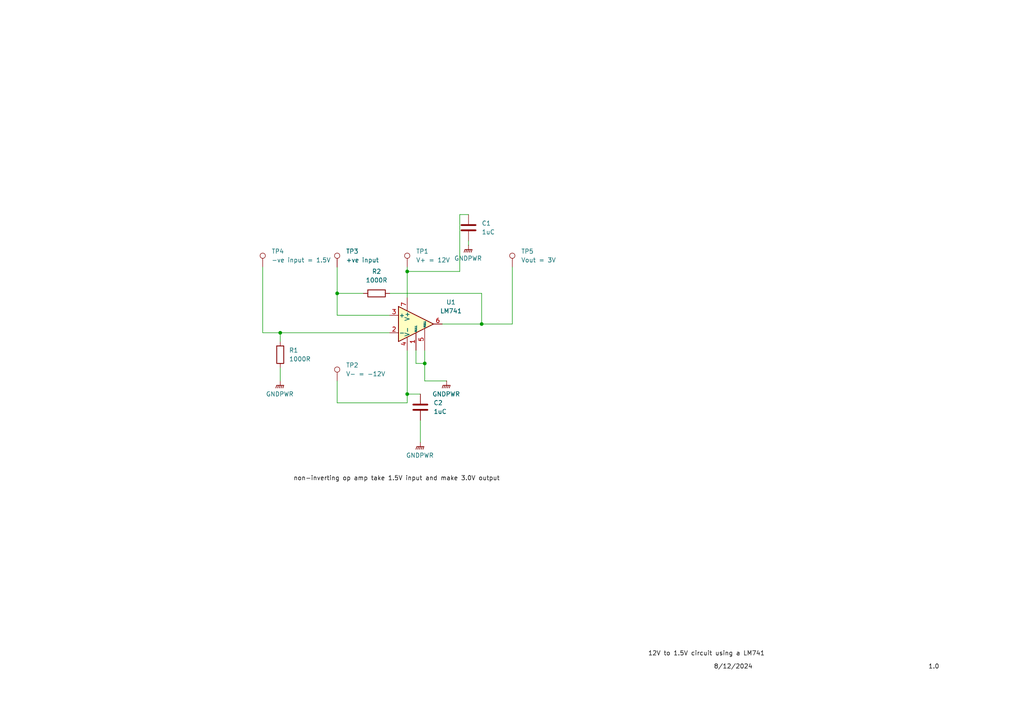
<source format=kicad_sch>
(kicad_sch
	(version 20231120)
	(generator "eeschema")
	(generator_version "8.0")
	(uuid "a42d99df-f786-462c-a22e-c2ad2d026403")
	(paper "A4")
	(lib_symbols
		(symbol "Amplifier_Operational:LM741"
			(pin_names
				(offset 0.127)
			)
			(exclude_from_sim no)
			(in_bom yes)
			(on_board yes)
			(property "Reference" "U"
				(at 0 6.35 0)
				(effects
					(font
						(size 1.27 1.27)
					)
					(justify left)
				)
			)
			(property "Value" "LM741"
				(at 0 3.81 0)
				(effects
					(font
						(size 1.27 1.27)
					)
					(justify left)
				)
			)
			(property "Footprint" ""
				(at 1.27 1.27 0)
				(effects
					(font
						(size 1.27 1.27)
					)
					(hide yes)
				)
			)
			(property "Datasheet" "http://www.ti.com/lit/ds/symlink/lm741.pdf"
				(at 3.81 3.81 0)
				(effects
					(font
						(size 1.27 1.27)
					)
					(hide yes)
				)
			)
			(property "Description" "Operational Amplifier, DIP-8/TO-99-8"
				(at 0 0 0)
				(effects
					(font
						(size 1.27 1.27)
					)
					(hide yes)
				)
			)
			(property "ki_keywords" "single opamp"
				(at 0 0 0)
				(effects
					(font
						(size 1.27 1.27)
					)
					(hide yes)
				)
			)
			(property "ki_fp_filters" "SOIC*3.9x4.9mm*P1.27mm* DIP*W7.62mm* TSSOP*3x3mm*P0.65mm*"
				(at 0 0 0)
				(effects
					(font
						(size 1.27 1.27)
					)
					(hide yes)
				)
			)
			(symbol "LM741_0_1"
				(polyline
					(pts
						(xy -5.08 5.08) (xy 5.08 0) (xy -5.08 -5.08) (xy -5.08 5.08)
					)
					(stroke
						(width 0.254)
						(type default)
					)
					(fill
						(type background)
					)
				)
			)
			(symbol "LM741_1_1"
				(pin input line
					(at 0 -7.62 90)
					(length 5.08)
					(name "NULL"
						(effects
							(font
								(size 0.508 0.508)
							)
						)
					)
					(number "1"
						(effects
							(font
								(size 1.27 1.27)
							)
						)
					)
				)
				(pin input line
					(at -7.62 -2.54 0)
					(length 2.54)
					(name "-"
						(effects
							(font
								(size 1.27 1.27)
							)
						)
					)
					(number "2"
						(effects
							(font
								(size 1.27 1.27)
							)
						)
					)
				)
				(pin input line
					(at -7.62 2.54 0)
					(length 2.54)
					(name "+"
						(effects
							(font
								(size 1.27 1.27)
							)
						)
					)
					(number "3"
						(effects
							(font
								(size 1.27 1.27)
							)
						)
					)
				)
				(pin power_in line
					(at -2.54 -7.62 90)
					(length 3.81)
					(name "V-"
						(effects
							(font
								(size 1.27 1.27)
							)
						)
					)
					(number "4"
						(effects
							(font
								(size 1.27 1.27)
							)
						)
					)
				)
				(pin input line
					(at 2.54 -7.62 90)
					(length 6.35)
					(name "NULL"
						(effects
							(font
								(size 0.508 0.508)
							)
						)
					)
					(number "5"
						(effects
							(font
								(size 1.27 1.27)
							)
						)
					)
				)
				(pin output line
					(at 7.62 0 180)
					(length 2.54)
					(name "~"
						(effects
							(font
								(size 1.27 1.27)
							)
						)
					)
					(number "6"
						(effects
							(font
								(size 1.27 1.27)
							)
						)
					)
				)
				(pin power_in line
					(at -2.54 7.62 270)
					(length 3.81)
					(name "V+"
						(effects
							(font
								(size 1.27 1.27)
							)
						)
					)
					(number "7"
						(effects
							(font
								(size 1.27 1.27)
							)
						)
					)
				)
				(pin no_connect line
					(at 0 2.54 270)
					(length 2.54) hide
					(name "NC"
						(effects
							(font
								(size 1.27 1.27)
							)
						)
					)
					(number "8"
						(effects
							(font
								(size 1.27 1.27)
							)
						)
					)
				)
			)
		)
		(symbol "Connector:TestPoint"
			(pin_numbers hide)
			(pin_names
				(offset 0.762) hide)
			(exclude_from_sim no)
			(in_bom yes)
			(on_board yes)
			(property "Reference" "TP"
				(at 0 6.858 0)
				(effects
					(font
						(size 1.27 1.27)
					)
				)
			)
			(property "Value" "TestPoint"
				(at 0 5.08 0)
				(effects
					(font
						(size 1.27 1.27)
					)
				)
			)
			(property "Footprint" ""
				(at 5.08 0 0)
				(effects
					(font
						(size 1.27 1.27)
					)
					(hide yes)
				)
			)
			(property "Datasheet" "~"
				(at 5.08 0 0)
				(effects
					(font
						(size 1.27 1.27)
					)
					(hide yes)
				)
			)
			(property "Description" "test point"
				(at 0 0 0)
				(effects
					(font
						(size 1.27 1.27)
					)
					(hide yes)
				)
			)
			(property "ki_keywords" "test point tp"
				(at 0 0 0)
				(effects
					(font
						(size 1.27 1.27)
					)
					(hide yes)
				)
			)
			(property "ki_fp_filters" "Pin* Test*"
				(at 0 0 0)
				(effects
					(font
						(size 1.27 1.27)
					)
					(hide yes)
				)
			)
			(symbol "TestPoint_0_1"
				(circle
					(center 0 3.302)
					(radius 0.762)
					(stroke
						(width 0)
						(type default)
					)
					(fill
						(type none)
					)
				)
			)
			(symbol "TestPoint_1_1"
				(pin passive line
					(at 0 0 90)
					(length 2.54)
					(name "1"
						(effects
							(font
								(size 1.27 1.27)
							)
						)
					)
					(number "1"
						(effects
							(font
								(size 1.27 1.27)
							)
						)
					)
				)
			)
		)
		(symbol "Device:C"
			(pin_numbers hide)
			(pin_names
				(offset 0.254)
			)
			(exclude_from_sim no)
			(in_bom yes)
			(on_board yes)
			(property "Reference" "C"
				(at 0.635 2.54 0)
				(effects
					(font
						(size 1.27 1.27)
					)
					(justify left)
				)
			)
			(property "Value" "C"
				(at 0.635 -2.54 0)
				(effects
					(font
						(size 1.27 1.27)
					)
					(justify left)
				)
			)
			(property "Footprint" ""
				(at 0.9652 -3.81 0)
				(effects
					(font
						(size 1.27 1.27)
					)
					(hide yes)
				)
			)
			(property "Datasheet" "~"
				(at 0 0 0)
				(effects
					(font
						(size 1.27 1.27)
					)
					(hide yes)
				)
			)
			(property "Description" "Unpolarized capacitor"
				(at 0 0 0)
				(effects
					(font
						(size 1.27 1.27)
					)
					(hide yes)
				)
			)
			(property "ki_keywords" "cap capacitor"
				(at 0 0 0)
				(effects
					(font
						(size 1.27 1.27)
					)
					(hide yes)
				)
			)
			(property "ki_fp_filters" "C_*"
				(at 0 0 0)
				(effects
					(font
						(size 1.27 1.27)
					)
					(hide yes)
				)
			)
			(symbol "C_0_1"
				(polyline
					(pts
						(xy -2.032 -0.762) (xy 2.032 -0.762)
					)
					(stroke
						(width 0.508)
						(type default)
					)
					(fill
						(type none)
					)
				)
				(polyline
					(pts
						(xy -2.032 0.762) (xy 2.032 0.762)
					)
					(stroke
						(width 0.508)
						(type default)
					)
					(fill
						(type none)
					)
				)
			)
			(symbol "C_1_1"
				(pin passive line
					(at 0 3.81 270)
					(length 2.794)
					(name "~"
						(effects
							(font
								(size 1.27 1.27)
							)
						)
					)
					(number "1"
						(effects
							(font
								(size 1.27 1.27)
							)
						)
					)
				)
				(pin passive line
					(at 0 -3.81 90)
					(length 2.794)
					(name "~"
						(effects
							(font
								(size 1.27 1.27)
							)
						)
					)
					(number "2"
						(effects
							(font
								(size 1.27 1.27)
							)
						)
					)
				)
			)
		)
		(symbol "Device:R"
			(pin_numbers hide)
			(pin_names
				(offset 0)
			)
			(exclude_from_sim no)
			(in_bom yes)
			(on_board yes)
			(property "Reference" "R"
				(at 2.032 0 90)
				(effects
					(font
						(size 1.27 1.27)
					)
				)
			)
			(property "Value" "R"
				(at 0 0 90)
				(effects
					(font
						(size 1.27 1.27)
					)
				)
			)
			(property "Footprint" ""
				(at -1.778 0 90)
				(effects
					(font
						(size 1.27 1.27)
					)
					(hide yes)
				)
			)
			(property "Datasheet" "~"
				(at 0 0 0)
				(effects
					(font
						(size 1.27 1.27)
					)
					(hide yes)
				)
			)
			(property "Description" "Resistor"
				(at 0 0 0)
				(effects
					(font
						(size 1.27 1.27)
					)
					(hide yes)
				)
			)
			(property "ki_keywords" "R res resistor"
				(at 0 0 0)
				(effects
					(font
						(size 1.27 1.27)
					)
					(hide yes)
				)
			)
			(property "ki_fp_filters" "R_*"
				(at 0 0 0)
				(effects
					(font
						(size 1.27 1.27)
					)
					(hide yes)
				)
			)
			(symbol "R_0_1"
				(rectangle
					(start -1.016 -2.54)
					(end 1.016 2.54)
					(stroke
						(width 0.254)
						(type default)
					)
					(fill
						(type none)
					)
				)
			)
			(symbol "R_1_1"
				(pin passive line
					(at 0 3.81 270)
					(length 1.27)
					(name "~"
						(effects
							(font
								(size 1.27 1.27)
							)
						)
					)
					(number "1"
						(effects
							(font
								(size 1.27 1.27)
							)
						)
					)
				)
				(pin passive line
					(at 0 -3.81 90)
					(length 1.27)
					(name "~"
						(effects
							(font
								(size 1.27 1.27)
							)
						)
					)
					(number "2"
						(effects
							(font
								(size 1.27 1.27)
							)
						)
					)
				)
			)
		)
		(symbol "power:GNDPWR"
			(power)
			(pin_numbers hide)
			(pin_names
				(offset 0) hide)
			(exclude_from_sim no)
			(in_bom yes)
			(on_board yes)
			(property "Reference" "#PWR"
				(at 0 -5.08 0)
				(effects
					(font
						(size 1.27 1.27)
					)
					(hide yes)
				)
			)
			(property "Value" "GNDPWR"
				(at 0 -3.302 0)
				(effects
					(font
						(size 1.27 1.27)
					)
				)
			)
			(property "Footprint" ""
				(at 0 -1.27 0)
				(effects
					(font
						(size 1.27 1.27)
					)
					(hide yes)
				)
			)
			(property "Datasheet" ""
				(at 0 -1.27 0)
				(effects
					(font
						(size 1.27 1.27)
					)
					(hide yes)
				)
			)
			(property "Description" "Power symbol creates a global label with name \"GNDPWR\" , global ground"
				(at 0 0 0)
				(effects
					(font
						(size 1.27 1.27)
					)
					(hide yes)
				)
			)
			(property "ki_keywords" "global ground"
				(at 0 0 0)
				(effects
					(font
						(size 1.27 1.27)
					)
					(hide yes)
				)
			)
			(symbol "GNDPWR_0_1"
				(polyline
					(pts
						(xy 0 -1.27) (xy 0 0)
					)
					(stroke
						(width 0)
						(type default)
					)
					(fill
						(type none)
					)
				)
				(polyline
					(pts
						(xy -1.016 -1.27) (xy -1.27 -2.032) (xy -1.27 -2.032)
					)
					(stroke
						(width 0.2032)
						(type default)
					)
					(fill
						(type none)
					)
				)
				(polyline
					(pts
						(xy -0.508 -1.27) (xy -0.762 -2.032) (xy -0.762 -2.032)
					)
					(stroke
						(width 0.2032)
						(type default)
					)
					(fill
						(type none)
					)
				)
				(polyline
					(pts
						(xy 0 -1.27) (xy -0.254 -2.032) (xy -0.254 -2.032)
					)
					(stroke
						(width 0.2032)
						(type default)
					)
					(fill
						(type none)
					)
				)
				(polyline
					(pts
						(xy 0.508 -1.27) (xy 0.254 -2.032) (xy 0.254 -2.032)
					)
					(stroke
						(width 0.2032)
						(type default)
					)
					(fill
						(type none)
					)
				)
				(polyline
					(pts
						(xy 1.016 -1.27) (xy -1.016 -1.27) (xy -1.016 -1.27)
					)
					(stroke
						(width 0.2032)
						(type default)
					)
					(fill
						(type none)
					)
				)
				(polyline
					(pts
						(xy 1.016 -1.27) (xy 0.762 -2.032) (xy 0.762 -2.032) (xy 0.762 -2.032)
					)
					(stroke
						(width 0.2032)
						(type default)
					)
					(fill
						(type none)
					)
				)
			)
			(symbol "GNDPWR_1_1"
				(pin power_in line
					(at 0 0 270)
					(length 0)
					(name "~"
						(effects
							(font
								(size 1.27 1.27)
							)
						)
					)
					(number "1"
						(effects
							(font
								(size 1.27 1.27)
							)
						)
					)
				)
			)
		)
	)
	(junction
		(at 139.7 93.98)
		(diameter 0)
		(color 0 0 0 0)
		(uuid "12213734-47e5-4d80-8085-4c5bf1676562")
	)
	(junction
		(at 97.79 85.09)
		(diameter 0)
		(color 0 0 0 0)
		(uuid "4625d609-f033-4d5a-89a2-7d8bfb914af9")
	)
	(junction
		(at 123.19 105.41)
		(diameter 0)
		(color 0 0 0 0)
		(uuid "792624a3-276d-44c0-926e-1d201c15315d")
	)
	(junction
		(at 118.11 78.74)
		(diameter 0)
		(color 0 0 0 0)
		(uuid "9a31086b-08a5-4f64-8294-6dec19c1bc39")
	)
	(junction
		(at 118.11 114.3)
		(diameter 0)
		(color 0 0 0 0)
		(uuid "e1e7346f-e3a2-4a26-a3d2-504ed898826e")
	)
	(junction
		(at 81.28 96.52)
		(diameter 0)
		(color 0 0 0 0)
		(uuid "f28d8e90-b741-425b-b6ed-4e1f37b973ae")
	)
	(wire
		(pts
			(xy 123.19 110.49) (xy 123.19 105.41)
		)
		(stroke
			(width 0)
			(type default)
		)
		(uuid "0412f164-cf0f-4cad-81eb-8bcb593dc1e0")
	)
	(wire
		(pts
			(xy 120.65 101.6) (xy 120.65 105.41)
		)
		(stroke
			(width 0)
			(type default)
		)
		(uuid "21d70b3e-b8bb-4c27-9df3-1f03c41dc1e3")
	)
	(wire
		(pts
			(xy 123.19 105.41) (xy 123.19 101.6)
		)
		(stroke
			(width 0)
			(type default)
		)
		(uuid "22d0e0fd-2a40-4aaf-a0d2-a54c206cce98")
	)
	(wire
		(pts
			(xy 133.35 62.23) (xy 133.35 78.74)
		)
		(stroke
			(width 0)
			(type default)
		)
		(uuid "2c9f3893-0b9f-45e5-9da4-65235f9cbe10")
	)
	(wire
		(pts
			(xy 123.19 110.49) (xy 129.54 110.49)
		)
		(stroke
			(width 0)
			(type default)
		)
		(uuid "2d278478-ac73-4152-b7fa-2fd4d40f58b9")
	)
	(wire
		(pts
			(xy 81.28 106.68) (xy 81.28 110.49)
		)
		(stroke
			(width 0)
			(type default)
		)
		(uuid "3c5b80ac-7afd-4eb8-af5f-add9a21b038a")
	)
	(wire
		(pts
			(xy 118.11 116.84) (xy 118.11 114.3)
		)
		(stroke
			(width 0)
			(type default)
		)
		(uuid "5037b2a4-c719-48bc-a25c-7a60ced6f88a")
	)
	(wire
		(pts
			(xy 97.79 77.47) (xy 97.79 85.09)
		)
		(stroke
			(width 0)
			(type default)
		)
		(uuid "58512eca-e0e1-487b-bcfc-8c3d95d0279a")
	)
	(wire
		(pts
			(xy 148.59 77.47) (xy 148.59 93.98)
		)
		(stroke
			(width 0)
			(type default)
		)
		(uuid "5eeb2145-2137-4e99-98d2-43475b742d74")
	)
	(wire
		(pts
			(xy 133.35 62.23) (xy 135.89 62.23)
		)
		(stroke
			(width 0)
			(type default)
		)
		(uuid "6656fad3-c738-4a04-a71f-940d0c76aea9")
	)
	(wire
		(pts
			(xy 118.11 114.3) (xy 118.11 101.6)
		)
		(stroke
			(width 0)
			(type default)
		)
		(uuid "6873a971-0027-44c2-9280-79b95a7d958b")
	)
	(wire
		(pts
			(xy 97.79 85.09) (xy 97.79 91.44)
		)
		(stroke
			(width 0)
			(type default)
		)
		(uuid "716f2618-7aa2-43a8-b83e-32e2ec5990fc")
	)
	(wire
		(pts
			(xy 121.92 121.92) (xy 121.92 128.27)
		)
		(stroke
			(width 0)
			(type default)
		)
		(uuid "7a7e7b2c-2a8a-4984-848c-4b6821abc7cc")
	)
	(wire
		(pts
			(xy 120.65 105.41) (xy 123.19 105.41)
		)
		(stroke
			(width 0)
			(type default)
		)
		(uuid "7f3c3bcc-a6ee-454f-8f97-0cd541991151")
	)
	(wire
		(pts
			(xy 118.11 77.47) (xy 118.11 78.74)
		)
		(stroke
			(width 0)
			(type default)
		)
		(uuid "7fd8e02a-dbf7-487b-88c0-3cb602f57d43")
	)
	(wire
		(pts
			(xy 81.28 99.06) (xy 81.28 96.52)
		)
		(stroke
			(width 0)
			(type default)
		)
		(uuid "90cb50b7-1903-4573-8706-5882a153b28f")
	)
	(wire
		(pts
			(xy 118.11 114.3) (xy 121.92 114.3)
		)
		(stroke
			(width 0)
			(type default)
		)
		(uuid "93fce5e1-8b5e-4f44-8233-2be9b159a512")
	)
	(wire
		(pts
			(xy 97.79 116.84) (xy 118.11 116.84)
		)
		(stroke
			(width 0)
			(type default)
		)
		(uuid "98012745-3eeb-4bb8-b4e1-d5aa4e5a7e51")
	)
	(wire
		(pts
			(xy 113.03 85.09) (xy 139.7 85.09)
		)
		(stroke
			(width 0)
			(type default)
		)
		(uuid "9a50da4b-3a16-40f9-ba34-ca403bd55e43")
	)
	(wire
		(pts
			(xy 97.79 110.49) (xy 97.79 116.84)
		)
		(stroke
			(width 0)
			(type default)
		)
		(uuid "9b8c840b-f535-402b-b8a0-f29e80cc8656")
	)
	(wire
		(pts
			(xy 135.89 69.85) (xy 135.89 71.12)
		)
		(stroke
			(width 0)
			(type default)
		)
		(uuid "a100235e-8e02-4dd4-ba55-e8ae2497aee4")
	)
	(wire
		(pts
			(xy 76.2 96.52) (xy 81.28 96.52)
		)
		(stroke
			(width 0)
			(type default)
		)
		(uuid "a5a6da12-297c-478e-939e-e9294b61b7f4")
	)
	(wire
		(pts
			(xy 118.11 78.74) (xy 118.11 86.36)
		)
		(stroke
			(width 0)
			(type default)
		)
		(uuid "ae69246e-2efe-4b3e-bccd-132049b382b6")
	)
	(wire
		(pts
			(xy 97.79 85.09) (xy 105.41 85.09)
		)
		(stroke
			(width 0)
			(type default)
		)
		(uuid "b2bfa433-2951-4430-8920-0015825d2f6a")
	)
	(wire
		(pts
			(xy 139.7 93.98) (xy 128.27 93.98)
		)
		(stroke
			(width 0)
			(type default)
		)
		(uuid "c1a1272c-8661-42e5-9657-930f878866ba")
	)
	(wire
		(pts
			(xy 76.2 77.47) (xy 76.2 96.52)
		)
		(stroke
			(width 0)
			(type default)
		)
		(uuid "e2e09bf9-36db-400c-8046-dfea70e556db")
	)
	(wire
		(pts
			(xy 81.28 96.52) (xy 113.03 96.52)
		)
		(stroke
			(width 0)
			(type default)
		)
		(uuid "e6be8366-6bb8-4095-aa5b-70f9f5b73f21")
	)
	(wire
		(pts
			(xy 97.79 91.44) (xy 113.03 91.44)
		)
		(stroke
			(width 0)
			(type default)
		)
		(uuid "ea823bf2-96e2-4f66-bca7-1e479eae9ac1")
	)
	(wire
		(pts
			(xy 118.11 78.74) (xy 133.35 78.74)
		)
		(stroke
			(width 0)
			(type default)
		)
		(uuid "ebf17564-544e-42bd-a415-8fbd56b76c82")
	)
	(wire
		(pts
			(xy 139.7 85.09) (xy 139.7 93.98)
		)
		(stroke
			(width 0)
			(type default)
		)
		(uuid "f59db3b3-412c-46fe-8eff-b35566e94570")
	)
	(wire
		(pts
			(xy 148.59 93.98) (xy 139.7 93.98)
		)
		(stroke
			(width 0)
			(type default)
		)
		(uuid "fc6e6a9e-75ce-4bb1-b24c-3b4153b67ff1")
	)
	(label "8{slash}12{slash}2024"
		(at 207.01 194.31 0)
		(fields_autoplaced yes)
		(effects
			(font
				(size 1.27 1.27)
			)
			(justify left bottom)
		)
		(uuid "524dd9c0-bcc2-4270-b02a-859bc833087e")
	)
	(label "12V to 1.5V circuit using a LM741"
		(at 187.96 190.5 0)
		(fields_autoplaced yes)
		(effects
			(font
				(size 1.27 1.27)
			)
			(justify left bottom)
		)
		(uuid "a66caac6-7e8d-44dd-96e7-e651601b3839")
	)
	(label "1.0"
		(at 269.24 194.31 0)
		(fields_autoplaced yes)
		(effects
			(font
				(size 1.27 1.27)
			)
			(justify left bottom)
		)
		(uuid "ef32c0de-6243-4468-a492-46c9d3d2da60")
	)
	(label "non-inverting op amp take 1.5V input and make 3.0V output"
		(at 85.09 139.7 0)
		(fields_autoplaced yes)
		(effects
			(font
				(size 1.27 1.27)
			)
			(justify left bottom)
		)
		(uuid "ff7f4f72-494c-483a-b4fd-cb2e484a72e5")
	)
	(symbol
		(lib_id "Connector:TestPoint")
		(at 97.79 77.47 0)
		(unit 1)
		(exclude_from_sim no)
		(in_bom yes)
		(on_board yes)
		(dnp no)
		(fields_autoplaced yes)
		(uuid "03351a51-cba1-4ea7-a9e1-df90c5331afe")
		(property "Reference" "TP3"
			(at 100.33 72.8979 0)
			(effects
				(font
					(size 1.27 1.27)
				)
				(justify left)
			)
		)
		(property "Value" "+ve input"
			(at 100.33 75.4379 0)
			(effects
				(font
					(size 1.27 1.27)
				)
				(justify left)
			)
		)
		(property "Footprint" "TestPoint:TestPoint_Loop_D1.80mm_Drill1.0mm_Beaded"
			(at 102.87 77.47 0)
			(effects
				(font
					(size 1.27 1.27)
				)
				(hide yes)
			)
		)
		(property "Datasheet" "~"
			(at 102.87 77.47 0)
			(effects
				(font
					(size 1.27 1.27)
				)
				(hide yes)
			)
		)
		(property "Description" "test point"
			(at 97.79 77.47 0)
			(effects
				(font
					(size 1.27 1.27)
				)
				(hide yes)
			)
		)
		(pin "1"
			(uuid "e6a63e52-6bca-4697-ba36-a7e91e12afce")
		)
		(instances
			(project ""
				(path "/a42d99df-f786-462c-a22e-c2ad2d026403"
					(reference "TP3")
					(unit 1)
				)
			)
		)
	)
	(symbol
		(lib_id "Connector:TestPoint")
		(at 97.79 110.49 0)
		(unit 1)
		(exclude_from_sim no)
		(in_bom yes)
		(on_board yes)
		(dnp no)
		(fields_autoplaced yes)
		(uuid "0f6445df-a872-41d6-91b5-b2296e73f92e")
		(property "Reference" "TP2"
			(at 100.33 105.9179 0)
			(effects
				(font
					(size 1.27 1.27)
				)
				(justify left)
			)
		)
		(property "Value" "V- = -12V"
			(at 100.33 108.4579 0)
			(effects
				(font
					(size 1.27 1.27)
				)
				(justify left)
			)
		)
		(property "Footprint" "TestPoint:TestPoint_Loop_D1.80mm_Drill1.0mm_Beaded"
			(at 102.87 110.49 0)
			(effects
				(font
					(size 1.27 1.27)
				)
				(hide yes)
			)
		)
		(property "Datasheet" "~"
			(at 102.87 110.49 0)
			(effects
				(font
					(size 1.27 1.27)
				)
				(hide yes)
			)
		)
		(property "Description" "test point"
			(at 97.79 110.49 0)
			(effects
				(font
					(size 1.27 1.27)
				)
				(hide yes)
			)
		)
		(pin "1"
			(uuid "ea654948-52e3-4df2-a486-d7c506c0b2b0")
		)
		(instances
			(project "op amp circuit"
				(path "/a42d99df-f786-462c-a22e-c2ad2d026403"
					(reference "TP2")
					(unit 1)
				)
			)
		)
	)
	(symbol
		(lib_id "Device:R")
		(at 109.22 85.09 90)
		(unit 1)
		(exclude_from_sim no)
		(in_bom yes)
		(on_board yes)
		(dnp no)
		(fields_autoplaced yes)
		(uuid "1d5b81a9-131c-4f8d-b316-c658941963c3")
		(property "Reference" "R2"
			(at 109.22 78.74 90)
			(effects
				(font
					(size 1.27 1.27)
				)
			)
		)
		(property "Value" "1000R"
			(at 109.22 81.28 90)
			(effects
				(font
					(size 1.27 1.27)
				)
			)
		)
		(property "Footprint" "Resistor_SMD:R_0603_1608Metric"
			(at 109.22 86.868 90)
			(effects
				(font
					(size 1.27 1.27)
				)
				(hide yes)
			)
		)
		(property "Datasheet" "~"
			(at 109.22 85.09 0)
			(effects
				(font
					(size 1.27 1.27)
				)
				(hide yes)
			)
		)
		(property "Description" "Resistor"
			(at 109.22 85.09 0)
			(effects
				(font
					(size 1.27 1.27)
				)
				(hide yes)
			)
		)
		(pin "1"
			(uuid "c7baad68-d8dc-433a-aa89-3f8efff565fb")
		)
		(pin "2"
			(uuid "9e3692b6-adda-4b5f-b1e3-4a97a34309e6")
		)
		(instances
			(project ""
				(path "/a42d99df-f786-462c-a22e-c2ad2d026403"
					(reference "R2")
					(unit 1)
				)
			)
		)
	)
	(symbol
		(lib_id "Device:C")
		(at 135.89 66.04 0)
		(unit 1)
		(exclude_from_sim no)
		(in_bom yes)
		(on_board yes)
		(dnp no)
		(fields_autoplaced yes)
		(uuid "31b6449c-710c-4caf-bfed-7a1b90d2e946")
		(property "Reference" "C1"
			(at 139.7 64.7699 0)
			(effects
				(font
					(size 1.27 1.27)
				)
				(justify left)
			)
		)
		(property "Value" "1uC"
			(at 139.7 67.3099 0)
			(effects
				(font
					(size 1.27 1.27)
				)
				(justify left)
			)
		)
		(property "Footprint" "Capacitor_SMD:C_0603_1608Metric"
			(at 136.8552 69.85 0)
			(effects
				(font
					(size 1.27 1.27)
				)
				(hide yes)
			)
		)
		(property "Datasheet" "~"
			(at 135.89 66.04 0)
			(effects
				(font
					(size 1.27 1.27)
				)
				(hide yes)
			)
		)
		(property "Description" "Unpolarized capacitor"
			(at 135.89 66.04 0)
			(effects
				(font
					(size 1.27 1.27)
				)
				(hide yes)
			)
		)
		(pin "1"
			(uuid "0ec69e7c-e69f-4818-a84b-a03fb89968d2")
		)
		(pin "2"
			(uuid "5630843d-f855-48ce-bf9d-cce67a914919")
		)
		(instances
			(project ""
				(path "/a42d99df-f786-462c-a22e-c2ad2d026403"
					(reference "C1")
					(unit 1)
				)
			)
		)
	)
	(symbol
		(lib_id "power:GNDPWR")
		(at 121.92 128.27 0)
		(unit 1)
		(exclude_from_sim no)
		(in_bom yes)
		(on_board yes)
		(dnp no)
		(fields_autoplaced yes)
		(uuid "3e7043b8-58b1-4019-93e1-60d3960b0ea7")
		(property "Reference" "#PWR04"
			(at 121.92 133.35 0)
			(effects
				(font
					(size 1.27 1.27)
				)
				(hide yes)
			)
		)
		(property "Value" "GNDPWR"
			(at 121.793 132.08 0)
			(effects
				(font
					(size 1.27 1.27)
				)
			)
		)
		(property "Footprint" ""
			(at 121.92 129.54 0)
			(effects
				(font
					(size 1.27 1.27)
				)
				(hide yes)
			)
		)
		(property "Datasheet" ""
			(at 121.92 129.54 0)
			(effects
				(font
					(size 1.27 1.27)
				)
				(hide yes)
			)
		)
		(property "Description" "Power symbol creates a global label with name \"GNDPWR\" , global ground"
			(at 121.92 128.27 0)
			(effects
				(font
					(size 1.27 1.27)
				)
				(hide yes)
			)
		)
		(pin "1"
			(uuid "595b1efc-3934-49c0-b3e3-65779a7ca67e")
		)
		(instances
			(project ""
				(path "/a42d99df-f786-462c-a22e-c2ad2d026403"
					(reference "#PWR04")
					(unit 1)
				)
			)
		)
	)
	(symbol
		(lib_id "power:GNDPWR")
		(at 135.89 71.12 0)
		(unit 1)
		(exclude_from_sim no)
		(in_bom yes)
		(on_board yes)
		(dnp no)
		(fields_autoplaced yes)
		(uuid "4b8befb1-0438-4d12-a281-da5cfd996bf6")
		(property "Reference" "#PWR03"
			(at 135.89 76.2 0)
			(effects
				(font
					(size 1.27 1.27)
				)
				(hide yes)
			)
		)
		(property "Value" "GNDPWR"
			(at 135.763 74.93 0)
			(effects
				(font
					(size 1.27 1.27)
				)
			)
		)
		(property "Footprint" ""
			(at 135.89 72.39 0)
			(effects
				(font
					(size 1.27 1.27)
				)
				(hide yes)
			)
		)
		(property "Datasheet" ""
			(at 135.89 72.39 0)
			(effects
				(font
					(size 1.27 1.27)
				)
				(hide yes)
			)
		)
		(property "Description" "Power symbol creates a global label with name \"GNDPWR\" , global ground"
			(at 135.89 71.12 0)
			(effects
				(font
					(size 1.27 1.27)
				)
				(hide yes)
			)
		)
		(pin "1"
			(uuid "351d2657-422f-4e11-8766-65b44469682a")
		)
		(instances
			(project ""
				(path "/a42d99df-f786-462c-a22e-c2ad2d026403"
					(reference "#PWR03")
					(unit 1)
				)
			)
		)
	)
	(symbol
		(lib_id "Amplifier_Operational:LM741")
		(at 120.65 93.98 0)
		(unit 1)
		(exclude_from_sim no)
		(in_bom yes)
		(on_board yes)
		(dnp no)
		(fields_autoplaced yes)
		(uuid "51050c02-14bc-47b1-8f3a-5baf53370e38")
		(property "Reference" "U1"
			(at 130.81 87.6614 0)
			(effects
				(font
					(size 1.27 1.27)
				)
			)
		)
		(property "Value" "LM741"
			(at 130.81 90.2014 0)
			(effects
				(font
					(size 1.27 1.27)
				)
			)
		)
		(property "Footprint" "Package_SO:SOIC-8-1EP_3.9x4.9mm_P1.27mm_EP2.29x3mm"
			(at 121.92 92.71 0)
			(effects
				(font
					(size 1.27 1.27)
				)
				(hide yes)
			)
		)
		(property "Datasheet" "http://www.ti.com/lit/ds/symlink/lm741.pdf"
			(at 124.46 90.17 0)
			(effects
				(font
					(size 1.27 1.27)
				)
				(hide yes)
			)
		)
		(property "Description" "Operational Amplifier, DIP-8/TO-99-8"
			(at 120.65 93.98 0)
			(effects
				(font
					(size 1.27 1.27)
				)
				(hide yes)
			)
		)
		(pin "4"
			(uuid "f981fbdb-c079-4b44-977f-22b406db8db8")
		)
		(pin "2"
			(uuid "8b627de1-1a92-4739-94c9-35a97bbd2a4d")
		)
		(pin "5"
			(uuid "ee95c186-aed8-4e57-947c-6545c0cc18cf")
		)
		(pin "3"
			(uuid "ffcf30c1-d992-4f1f-942b-08c8d2a78a43")
		)
		(pin "8"
			(uuid "c145cd23-99f8-4a6e-a7c4-af4b25ed4658")
		)
		(pin "6"
			(uuid "05d9ac8c-6169-4e60-9b30-f09a881d44d6")
		)
		(pin "7"
			(uuid "987d0a8b-795b-48f6-8559-b4813d19e27b")
		)
		(pin "1"
			(uuid "8bac5980-caf3-4d93-9e27-da03926a327a")
		)
		(instances
			(project ""
				(path "/a42d99df-f786-462c-a22e-c2ad2d026403"
					(reference "U1")
					(unit 1)
				)
			)
		)
	)
	(symbol
		(lib_id "Connector:TestPoint")
		(at 148.59 77.47 0)
		(unit 1)
		(exclude_from_sim no)
		(in_bom yes)
		(on_board yes)
		(dnp no)
		(fields_autoplaced yes)
		(uuid "69ad9aa0-d0e0-4d77-8d81-862c3a3e5ba5")
		(property "Reference" "TP5"
			(at 151.13 72.8979 0)
			(effects
				(font
					(size 1.27 1.27)
				)
				(justify left)
			)
		)
		(property "Value" "Vout = 3V"
			(at 151.13 75.4379 0)
			(effects
				(font
					(size 1.27 1.27)
				)
				(justify left)
			)
		)
		(property "Footprint" "TestPoint:TestPoint_Loop_D1.80mm_Drill1.0mm_Beaded"
			(at 153.67 77.47 0)
			(effects
				(font
					(size 1.27 1.27)
				)
				(hide yes)
			)
		)
		(property "Datasheet" "~"
			(at 153.67 77.47 0)
			(effects
				(font
					(size 1.27 1.27)
				)
				(hide yes)
			)
		)
		(property "Description" "test point"
			(at 148.59 77.47 0)
			(effects
				(font
					(size 1.27 1.27)
				)
				(hide yes)
			)
		)
		(pin "1"
			(uuid "1ffdf605-fdf3-4000-ae5d-4175604e06f0")
		)
		(instances
			(project ""
				(path "/a42d99df-f786-462c-a22e-c2ad2d026403"
					(reference "TP5")
					(unit 1)
				)
			)
		)
	)
	(symbol
		(lib_id "power:GNDPWR")
		(at 129.54 110.49 0)
		(unit 1)
		(exclude_from_sim no)
		(in_bom yes)
		(on_board yes)
		(dnp no)
		(fields_autoplaced yes)
		(uuid "78631753-b06d-4b88-8c34-8ceb5e620413")
		(property "Reference" "#PWR01"
			(at 129.54 115.57 0)
			(effects
				(font
					(size 1.27 1.27)
				)
				(hide yes)
			)
		)
		(property "Value" "GNDPWR"
			(at 129.413 114.3 0)
			(effects
				(font
					(size 1.27 1.27)
				)
			)
		)
		(property "Footprint" ""
			(at 129.54 111.76 0)
			(effects
				(font
					(size 1.27 1.27)
				)
				(hide yes)
			)
		)
		(property "Datasheet" ""
			(at 129.54 111.76 0)
			(effects
				(font
					(size 1.27 1.27)
				)
				(hide yes)
			)
		)
		(property "Description" "Power symbol creates a global label with name \"GNDPWR\" , global ground"
			(at 129.54 110.49 0)
			(effects
				(font
					(size 1.27 1.27)
				)
				(hide yes)
			)
		)
		(pin "1"
			(uuid "07c73875-4e5f-48a8-a798-db9eea47c260")
		)
		(instances
			(project ""
				(path "/a42d99df-f786-462c-a22e-c2ad2d026403"
					(reference "#PWR01")
					(unit 1)
				)
			)
		)
	)
	(symbol
		(lib_id "Connector:TestPoint")
		(at 76.2 77.47 0)
		(unit 1)
		(exclude_from_sim no)
		(in_bom yes)
		(on_board yes)
		(dnp no)
		(fields_autoplaced yes)
		(uuid "7dff7cd1-a365-4e8d-8bd1-ccf3a16819b0")
		(property "Reference" "TP4"
			(at 78.74 72.8979 0)
			(effects
				(font
					(size 1.27 1.27)
				)
				(justify left)
			)
		)
		(property "Value" "-ve input = 1.5V"
			(at 78.74 75.4379 0)
			(effects
				(font
					(size 1.27 1.27)
				)
				(justify left)
			)
		)
		(property "Footprint" "TestPoint:TestPoint_Loop_D1.80mm_Drill1.0mm_Beaded"
			(at 81.28 77.47 0)
			(effects
				(font
					(size 1.27 1.27)
				)
				(hide yes)
			)
		)
		(property "Datasheet" "~"
			(at 81.28 77.47 0)
			(effects
				(font
					(size 1.27 1.27)
				)
				(hide yes)
			)
		)
		(property "Description" "test point"
			(at 76.2 77.47 0)
			(effects
				(font
					(size 1.27 1.27)
				)
				(hide yes)
			)
		)
		(pin "1"
			(uuid "5775c133-a79e-4cd6-817f-f7dd848f3597")
		)
		(instances
			(project "op amp circuit"
				(path "/a42d99df-f786-462c-a22e-c2ad2d026403"
					(reference "TP4")
					(unit 1)
				)
			)
		)
	)
	(symbol
		(lib_id "Device:R")
		(at 81.28 102.87 0)
		(unit 1)
		(exclude_from_sim no)
		(in_bom yes)
		(on_board yes)
		(dnp no)
		(fields_autoplaced yes)
		(uuid "91cfbce4-6312-4ffb-a1ff-35a25e3d2685")
		(property "Reference" "R1"
			(at 83.82 101.5999 0)
			(effects
				(font
					(size 1.27 1.27)
				)
				(justify left)
			)
		)
		(property "Value" "1000R"
			(at 83.82 104.1399 0)
			(effects
				(font
					(size 1.27 1.27)
				)
				(justify left)
			)
		)
		(property "Footprint" "Resistor_SMD:R_0603_1608Metric"
			(at 79.502 102.87 90)
			(effects
				(font
					(size 1.27 1.27)
				)
				(hide yes)
			)
		)
		(property "Datasheet" "~"
			(at 81.28 102.87 0)
			(effects
				(font
					(size 1.27 1.27)
				)
				(hide yes)
			)
		)
		(property "Description" "Resistor"
			(at 81.28 102.87 0)
			(effects
				(font
					(size 1.27 1.27)
				)
				(hide yes)
			)
		)
		(pin "1"
			(uuid "0ee14029-dede-44d9-aa1a-928bbe45d5d2")
		)
		(pin "2"
			(uuid "99fe19ed-1bca-4a54-b499-dc03291b93d4")
		)
		(instances
			(project ""
				(path "/a42d99df-f786-462c-a22e-c2ad2d026403"
					(reference "R1")
					(unit 1)
				)
			)
		)
	)
	(symbol
		(lib_id "Device:C")
		(at 121.92 118.11 0)
		(unit 1)
		(exclude_from_sim no)
		(in_bom yes)
		(on_board yes)
		(dnp no)
		(fields_autoplaced yes)
		(uuid "e2e7a762-de59-4f75-9616-90cfad4d2327")
		(property "Reference" "C2"
			(at 125.73 116.8399 0)
			(effects
				(font
					(size 1.27 1.27)
				)
				(justify left)
			)
		)
		(property "Value" "1uC"
			(at 125.73 119.3799 0)
			(effects
				(font
					(size 1.27 1.27)
				)
				(justify left)
			)
		)
		(property "Footprint" "Capacitor_SMD:C_0603_1608Metric"
			(at 122.8852 121.92 0)
			(effects
				(font
					(size 1.27 1.27)
				)
				(hide yes)
			)
		)
		(property "Datasheet" "~"
			(at 121.92 118.11 0)
			(effects
				(font
					(size 1.27 1.27)
				)
				(hide yes)
			)
		)
		(property "Description" "Unpolarized capacitor"
			(at 121.92 118.11 0)
			(effects
				(font
					(size 1.27 1.27)
				)
				(hide yes)
			)
		)
		(pin "2"
			(uuid "ce11d900-3125-469b-92f0-9af8b9f897d6")
		)
		(pin "1"
			(uuid "792f7a29-0618-40a1-87a5-c4d184f2b6f9")
		)
		(instances
			(project ""
				(path "/a42d99df-f786-462c-a22e-c2ad2d026403"
					(reference "C2")
					(unit 1)
				)
			)
		)
	)
	(symbol
		(lib_id "power:GNDPWR")
		(at 81.28 110.49 0)
		(unit 1)
		(exclude_from_sim no)
		(in_bom yes)
		(on_board yes)
		(dnp no)
		(fields_autoplaced yes)
		(uuid "e4633f2f-fd8c-4260-a44c-c9397a9162f1")
		(property "Reference" "#PWR02"
			(at 81.28 115.57 0)
			(effects
				(font
					(size 1.27 1.27)
				)
				(hide yes)
			)
		)
		(property "Value" "GNDPWR"
			(at 81.153 114.3 0)
			(effects
				(font
					(size 1.27 1.27)
				)
			)
		)
		(property "Footprint" ""
			(at 81.28 111.76 0)
			(effects
				(font
					(size 1.27 1.27)
				)
				(hide yes)
			)
		)
		(property "Datasheet" ""
			(at 81.28 111.76 0)
			(effects
				(font
					(size 1.27 1.27)
				)
				(hide yes)
			)
		)
		(property "Description" "Power symbol creates a global label with name \"GNDPWR\" , global ground"
			(at 81.28 110.49 0)
			(effects
				(font
					(size 1.27 1.27)
				)
				(hide yes)
			)
		)
		(pin "1"
			(uuid "618c28a8-fe2c-42f2-87ec-845251ad68cd")
		)
		(instances
			(project ""
				(path "/a42d99df-f786-462c-a22e-c2ad2d026403"
					(reference "#PWR02")
					(unit 1)
				)
			)
		)
	)
	(symbol
		(lib_id "Connector:TestPoint")
		(at 118.11 77.47 0)
		(unit 1)
		(exclude_from_sim no)
		(in_bom yes)
		(on_board yes)
		(dnp no)
		(fields_autoplaced yes)
		(uuid "fc4c2559-c9a6-4a09-9c4f-7193bc55bd53")
		(property "Reference" "TP1"
			(at 120.65 72.8979 0)
			(effects
				(font
					(size 1.27 1.27)
				)
				(justify left)
			)
		)
		(property "Value" "V+ = 12V"
			(at 120.65 75.4379 0)
			(effects
				(font
					(size 1.27 1.27)
				)
				(justify left)
			)
		)
		(property "Footprint" "TestPoint:TestPoint_Loop_D1.80mm_Drill1.0mm_Beaded"
			(at 123.19 77.47 0)
			(effects
				(font
					(size 1.27 1.27)
				)
				(hide yes)
			)
		)
		(property "Datasheet" "~"
			(at 123.19 77.47 0)
			(effects
				(font
					(size 1.27 1.27)
				)
				(hide yes)
			)
		)
		(property "Description" "test point"
			(at 118.11 77.47 0)
			(effects
				(font
					(size 1.27 1.27)
				)
				(hide yes)
			)
		)
		(pin "1"
			(uuid "a9ad0618-0ec0-4c82-8ee0-af381582e6d0")
		)
		(instances
			(project ""
				(path "/a42d99df-f786-462c-a22e-c2ad2d026403"
					(reference "TP1")
					(unit 1)
				)
			)
		)
	)
	(sheet_instances
		(path "/"
			(page "1")
		)
	)
)

</source>
